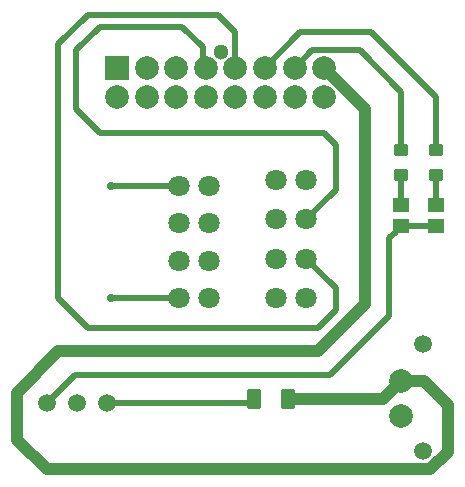
<source format=gtl>
G04*
G04 #@! TF.GenerationSoftware,Altium Limited,Altium Designer,23.9.2 (47)*
G04*
G04 Layer_Physical_Order=1*
G04 Layer_Color=255*
%FSLAX44Y44*%
%MOMM*%
G71*
G04*
G04 #@! TF.SameCoordinates,A89998BD-DD6A-42FD-B223-A906B6295702*
G04*
G04*
G04 #@! TF.FilePolarity,Positive*
G04*
G01*
G75*
%ADD13R,1.3500X1.1500*%
G04:AMPARAMS|DCode=14|XSize=1.2mm|YSize=1.1mm|CornerRadius=0.275mm|HoleSize=0mm|Usage=FLASHONLY|Rotation=0.000|XOffset=0mm|YOffset=0mm|HoleType=Round|Shape=RoundedRectangle|*
%AMROUNDEDRECTD14*
21,1,1.2000,0.5500,0,0,0.0*
21,1,0.6500,1.1000,0,0,0.0*
1,1,0.5500,0.3250,-0.2750*
1,1,0.5500,-0.3250,-0.2750*
1,1,0.5500,-0.3250,0.2750*
1,1,0.5500,0.3250,0.2750*
%
%ADD14ROUNDEDRECTD14*%
G04:AMPARAMS|DCode=15|XSize=1.75mm|YSize=1.25mm|CornerRadius=0.3125mm|HoleSize=0mm|Usage=FLASHONLY|Rotation=270.000|XOffset=0mm|YOffset=0mm|HoleType=Round|Shape=RoundedRectangle|*
%AMROUNDEDRECTD15*
21,1,1.7500,0.6250,0,0,270.0*
21,1,1.1250,1.2500,0,0,270.0*
1,1,0.6250,-0.3125,-0.5625*
1,1,0.6250,-0.3125,0.5625*
1,1,0.6250,0.3125,0.5625*
1,1,0.6250,0.3125,-0.5625*
%
%ADD15ROUNDEDRECTD15*%
%ADD25C,0.5000*%
%ADD26C,1.0000*%
%ADD27C,1.8000*%
%ADD28C,2.0000*%
%ADD29R,2.0000X2.0000*%
%ADD30C,1.3000*%
%ADD31C,1.5000*%
%ADD32C,0.7000*%
D13*
X375000Y215750D02*
D03*
Y234250D02*
D03*
X345000Y215750D02*
D03*
Y234250D02*
D03*
D14*
X375000Y280500D02*
D03*
Y259500D02*
D03*
X345000Y280500D02*
D03*
Y259500D02*
D03*
D15*
X249250Y70000D02*
D03*
X220750D02*
D03*
D25*
X335000Y140000D02*
Y205750D01*
X285000Y90000D02*
X335000Y140000D01*
X68730Y90000D02*
X285000D01*
X335000Y205750D02*
X340750Y211500D01*
X344000Y215750D02*
X375000D01*
X290000Y145000D02*
Y163333D01*
X80000Y130000D02*
X275000D01*
X290000Y145000D01*
X265000Y188333D02*
X290000Y163333D01*
X55000Y155000D02*
X80000Y130000D01*
X45000Y66270D02*
X68730Y90000D01*
X230000Y350000D02*
X260000Y380000D01*
X320000D01*
X375000Y280500D02*
Y325000D01*
X320000Y380000D02*
X375000Y325000D01*
X270000Y365000D02*
X310000D01*
X255000Y350000D02*
X270000Y365000D01*
X310000D02*
X345000Y330000D01*
Y280500D02*
Y330000D01*
X55000Y155000D02*
Y370000D01*
X205000Y350000D02*
Y380000D01*
X205000Y350000D02*
X205000Y350000D01*
X190000Y395000D02*
X205000Y380000D01*
X80000Y395000D02*
X190000D01*
X55000Y370000D02*
X80000Y395000D01*
X375000Y234250D02*
Y259500D01*
X345000Y234250D02*
Y259500D01*
X340750Y212500D02*
X344000Y215750D01*
X340750Y211500D02*
Y212500D01*
X220750Y69973D02*
Y70000D01*
X95800Y66270D02*
X217048D01*
X220750Y69973D01*
X70000Y365000D02*
X90000Y385000D01*
X70000Y315000D02*
Y365000D01*
X90000Y385000D02*
X160000D01*
X177500Y367500D01*
Y352499D02*
Y367500D01*
Y352499D02*
X180000Y350000D01*
X90000Y295000D02*
X280000D01*
X70000Y315000D02*
X90000Y295000D01*
X280000D02*
X290000Y285000D01*
Y246667D02*
Y285000D01*
X265000Y221667D02*
X290000Y246667D01*
X100000Y155000D02*
X157300D01*
X100000Y250000D02*
X157300D01*
X157300Y250000D01*
D26*
X315000Y150000D02*
Y315000D01*
X55000Y110000D02*
X275000D01*
X315000Y150000D01*
X280000Y350000D02*
X315000Y315000D01*
X20000Y75000D02*
X55000Y110000D01*
X20000Y35000D02*
Y75000D01*
Y35000D02*
X45000Y10000D01*
X370000D01*
X385000Y25000D01*
Y65000D01*
X365000Y85000D02*
X385000Y65000D01*
X345000Y85000D02*
X365000D01*
X249250Y70000D02*
X330000D01*
X345000Y85000D01*
D27*
X182700Y250000D02*
D03*
X157300D02*
D03*
X182700Y218333D02*
D03*
X157300D02*
D03*
X182700Y186667D02*
D03*
X157300D02*
D03*
X182700Y155000D02*
D03*
X157300D02*
D03*
X239600D02*
D03*
X265000D02*
D03*
X239600Y188333D02*
D03*
X265000D02*
D03*
X239600Y221667D02*
D03*
X265000D02*
D03*
X239600Y255000D02*
D03*
X265000D02*
D03*
D28*
X345000Y55000D02*
D03*
Y85000D02*
D03*
X280000Y350000D02*
D03*
X205000D02*
D03*
X180000D02*
D03*
X155000D02*
D03*
X130000D02*
D03*
X280000Y325000D02*
D03*
X180000D02*
D03*
X155000D02*
D03*
X130000D02*
D03*
X205000D02*
D03*
X230000D02*
D03*
X255000Y350000D02*
D03*
Y325000D02*
D03*
X230000Y350000D02*
D03*
X105000Y325000D02*
D03*
D29*
Y350000D02*
D03*
D30*
X192500Y363805D02*
D03*
D31*
X70400Y66270D02*
D03*
X45000D02*
D03*
X95800D02*
D03*
X364000Y25500D02*
D03*
X364000Y116500D02*
D03*
D32*
X100000Y155000D02*
D03*
Y250000D02*
D03*
M02*

</source>
